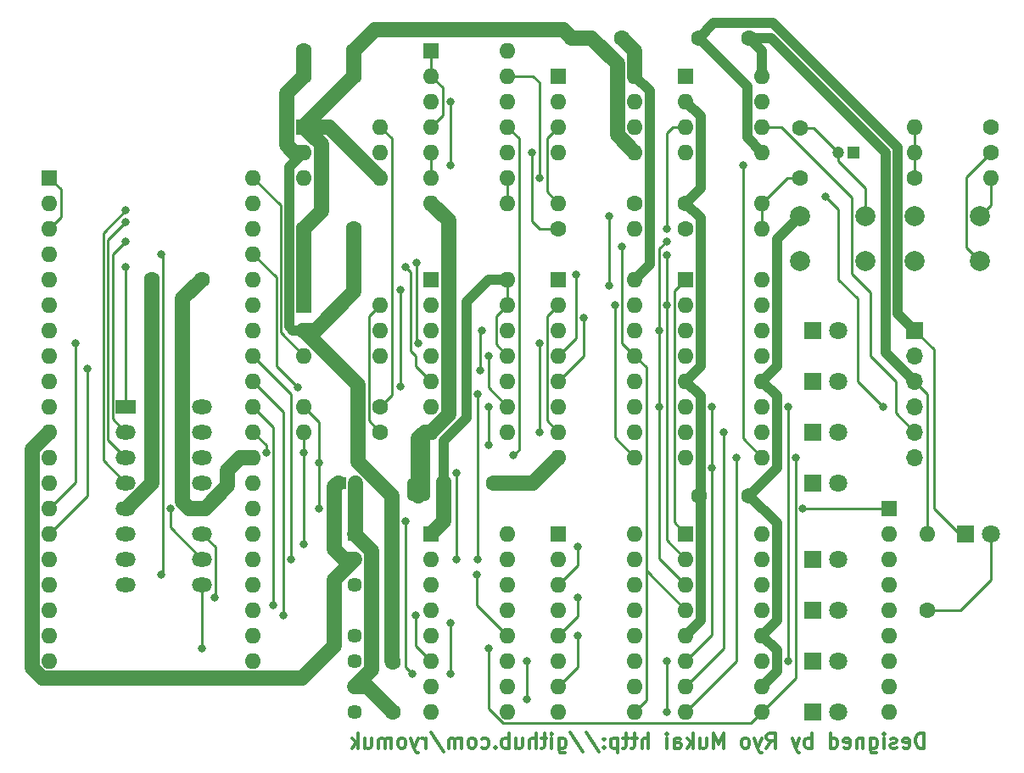
<source format=gbr>
%TF.GenerationSoftware,KiCad,Pcbnew,7.0.2*%
%TF.CreationDate,2023-05-12T21:33:33+09:00*%
%TF.ProjectId,EMUZ80_4004,454d555a-3830-45f3-9430-30342e6b6963,rev?*%
%TF.SameCoordinates,Original*%
%TF.FileFunction,Copper,L2,Bot*%
%TF.FilePolarity,Positive*%
%FSLAX46Y46*%
G04 Gerber Fmt 4.6, Leading zero omitted, Abs format (unit mm)*
G04 Created by KiCad (PCBNEW 7.0.2) date 2023-05-12 21:33:33*
%MOMM*%
%LPD*%
G01*
G04 APERTURE LIST*
%ADD10C,0.300000*%
%TA.AperFunction,NonConductor*%
%ADD11C,0.300000*%
%TD*%
%TA.AperFunction,ComponentPad*%
%ADD12R,1.800000X1.800000*%
%TD*%
%TA.AperFunction,ComponentPad*%
%ADD13C,1.800000*%
%TD*%
%TA.AperFunction,ComponentPad*%
%ADD14R,1.600000X1.600000*%
%TD*%
%TA.AperFunction,ComponentPad*%
%ADD15O,1.600000X1.600000*%
%TD*%
%TA.AperFunction,ComponentPad*%
%ADD16C,1.600000*%
%TD*%
%TA.AperFunction,ComponentPad*%
%ADD17R,1.200000X1.200000*%
%TD*%
%TA.AperFunction,ComponentPad*%
%ADD18C,1.200000*%
%TD*%
%TA.AperFunction,ComponentPad*%
%ADD19R,1.450000X1.450000*%
%TD*%
%TA.AperFunction,ComponentPad*%
%ADD20C,1.450000*%
%TD*%
%TA.AperFunction,ComponentPad*%
%ADD21C,2.000000*%
%TD*%
%TA.AperFunction,ComponentPad*%
%ADD22R,2.000000X1.440000*%
%TD*%
%TA.AperFunction,ComponentPad*%
%ADD23O,2.000000X1.440000*%
%TD*%
%TA.AperFunction,ComponentPad*%
%ADD24R,1.700000X1.700000*%
%TD*%
%TA.AperFunction,ComponentPad*%
%ADD25O,1.700000X1.700000*%
%TD*%
%TA.AperFunction,ViaPad*%
%ADD26C,0.800000*%
%TD*%
%TA.AperFunction,Conductor*%
%ADD27C,1.000000*%
%TD*%
%TA.AperFunction,Conductor*%
%ADD28C,1.500000*%
%TD*%
%TA.AperFunction,Conductor*%
%ADD29C,0.250000*%
%TD*%
%TA.AperFunction,Conductor*%
%ADD30C,0.500000*%
%TD*%
G04 APERTURE END LIST*
D10*
D11*
X89812857Y-74746428D02*
X89812857Y-73246428D01*
X89812857Y-73246428D02*
X89455714Y-73246428D01*
X89455714Y-73246428D02*
X89241428Y-73317857D01*
X89241428Y-73317857D02*
X89098571Y-73460714D01*
X89098571Y-73460714D02*
X89027142Y-73603571D01*
X89027142Y-73603571D02*
X88955714Y-73889285D01*
X88955714Y-73889285D02*
X88955714Y-74103571D01*
X88955714Y-74103571D02*
X89027142Y-74389285D01*
X89027142Y-74389285D02*
X89098571Y-74532142D01*
X89098571Y-74532142D02*
X89241428Y-74675000D01*
X89241428Y-74675000D02*
X89455714Y-74746428D01*
X89455714Y-74746428D02*
X89812857Y-74746428D01*
X87741428Y-74675000D02*
X87884285Y-74746428D01*
X87884285Y-74746428D02*
X88170000Y-74746428D01*
X88170000Y-74746428D02*
X88312857Y-74675000D01*
X88312857Y-74675000D02*
X88384285Y-74532142D01*
X88384285Y-74532142D02*
X88384285Y-73960714D01*
X88384285Y-73960714D02*
X88312857Y-73817857D01*
X88312857Y-73817857D02*
X88170000Y-73746428D01*
X88170000Y-73746428D02*
X87884285Y-73746428D01*
X87884285Y-73746428D02*
X87741428Y-73817857D01*
X87741428Y-73817857D02*
X87670000Y-73960714D01*
X87670000Y-73960714D02*
X87670000Y-74103571D01*
X87670000Y-74103571D02*
X88384285Y-74246428D01*
X87098571Y-74675000D02*
X86955714Y-74746428D01*
X86955714Y-74746428D02*
X86670000Y-74746428D01*
X86670000Y-74746428D02*
X86527143Y-74675000D01*
X86527143Y-74675000D02*
X86455714Y-74532142D01*
X86455714Y-74532142D02*
X86455714Y-74460714D01*
X86455714Y-74460714D02*
X86527143Y-74317857D01*
X86527143Y-74317857D02*
X86670000Y-74246428D01*
X86670000Y-74246428D02*
X86884286Y-74246428D01*
X86884286Y-74246428D02*
X87027143Y-74175000D01*
X87027143Y-74175000D02*
X87098571Y-74032142D01*
X87098571Y-74032142D02*
X87098571Y-73960714D01*
X87098571Y-73960714D02*
X87027143Y-73817857D01*
X87027143Y-73817857D02*
X86884286Y-73746428D01*
X86884286Y-73746428D02*
X86670000Y-73746428D01*
X86670000Y-73746428D02*
X86527143Y-73817857D01*
X85812857Y-74746428D02*
X85812857Y-73746428D01*
X85812857Y-73246428D02*
X85884285Y-73317857D01*
X85884285Y-73317857D02*
X85812857Y-73389285D01*
X85812857Y-73389285D02*
X85741428Y-73317857D01*
X85741428Y-73317857D02*
X85812857Y-73246428D01*
X85812857Y-73246428D02*
X85812857Y-73389285D01*
X84455714Y-73746428D02*
X84455714Y-74960714D01*
X84455714Y-74960714D02*
X84527142Y-75103571D01*
X84527142Y-75103571D02*
X84598571Y-75175000D01*
X84598571Y-75175000D02*
X84741428Y-75246428D01*
X84741428Y-75246428D02*
X84955714Y-75246428D01*
X84955714Y-75246428D02*
X85098571Y-75175000D01*
X84455714Y-74675000D02*
X84598571Y-74746428D01*
X84598571Y-74746428D02*
X84884285Y-74746428D01*
X84884285Y-74746428D02*
X85027142Y-74675000D01*
X85027142Y-74675000D02*
X85098571Y-74603571D01*
X85098571Y-74603571D02*
X85169999Y-74460714D01*
X85169999Y-74460714D02*
X85169999Y-74032142D01*
X85169999Y-74032142D02*
X85098571Y-73889285D01*
X85098571Y-73889285D02*
X85027142Y-73817857D01*
X85027142Y-73817857D02*
X84884285Y-73746428D01*
X84884285Y-73746428D02*
X84598571Y-73746428D01*
X84598571Y-73746428D02*
X84455714Y-73817857D01*
X83741428Y-73746428D02*
X83741428Y-74746428D01*
X83741428Y-73889285D02*
X83669999Y-73817857D01*
X83669999Y-73817857D02*
X83527142Y-73746428D01*
X83527142Y-73746428D02*
X83312856Y-73746428D01*
X83312856Y-73746428D02*
X83169999Y-73817857D01*
X83169999Y-73817857D02*
X83098571Y-73960714D01*
X83098571Y-73960714D02*
X83098571Y-74746428D01*
X81812856Y-74675000D02*
X81955713Y-74746428D01*
X81955713Y-74746428D02*
X82241428Y-74746428D01*
X82241428Y-74746428D02*
X82384285Y-74675000D01*
X82384285Y-74675000D02*
X82455713Y-74532142D01*
X82455713Y-74532142D02*
X82455713Y-73960714D01*
X82455713Y-73960714D02*
X82384285Y-73817857D01*
X82384285Y-73817857D02*
X82241428Y-73746428D01*
X82241428Y-73746428D02*
X81955713Y-73746428D01*
X81955713Y-73746428D02*
X81812856Y-73817857D01*
X81812856Y-73817857D02*
X81741428Y-73960714D01*
X81741428Y-73960714D02*
X81741428Y-74103571D01*
X81741428Y-74103571D02*
X82455713Y-74246428D01*
X80455714Y-74746428D02*
X80455714Y-73246428D01*
X80455714Y-74675000D02*
X80598571Y-74746428D01*
X80598571Y-74746428D02*
X80884285Y-74746428D01*
X80884285Y-74746428D02*
X81027142Y-74675000D01*
X81027142Y-74675000D02*
X81098571Y-74603571D01*
X81098571Y-74603571D02*
X81169999Y-74460714D01*
X81169999Y-74460714D02*
X81169999Y-74032142D01*
X81169999Y-74032142D02*
X81098571Y-73889285D01*
X81098571Y-73889285D02*
X81027142Y-73817857D01*
X81027142Y-73817857D02*
X80884285Y-73746428D01*
X80884285Y-73746428D02*
X80598571Y-73746428D01*
X80598571Y-73746428D02*
X80455714Y-73817857D01*
X78598571Y-74746428D02*
X78598571Y-73246428D01*
X78598571Y-73817857D02*
X78455714Y-73746428D01*
X78455714Y-73746428D02*
X78169999Y-73746428D01*
X78169999Y-73746428D02*
X78027142Y-73817857D01*
X78027142Y-73817857D02*
X77955714Y-73889285D01*
X77955714Y-73889285D02*
X77884285Y-74032142D01*
X77884285Y-74032142D02*
X77884285Y-74460714D01*
X77884285Y-74460714D02*
X77955714Y-74603571D01*
X77955714Y-74603571D02*
X78027142Y-74675000D01*
X78027142Y-74675000D02*
X78169999Y-74746428D01*
X78169999Y-74746428D02*
X78455714Y-74746428D01*
X78455714Y-74746428D02*
X78598571Y-74675000D01*
X77384285Y-73746428D02*
X77027142Y-74746428D01*
X76669999Y-73746428D02*
X77027142Y-74746428D01*
X77027142Y-74746428D02*
X77169999Y-75103571D01*
X77169999Y-75103571D02*
X77241428Y-75175000D01*
X77241428Y-75175000D02*
X77384285Y-75246428D01*
X74098571Y-74746428D02*
X74598571Y-74032142D01*
X74955714Y-74746428D02*
X74955714Y-73246428D01*
X74955714Y-73246428D02*
X74384285Y-73246428D01*
X74384285Y-73246428D02*
X74241428Y-73317857D01*
X74241428Y-73317857D02*
X74169999Y-73389285D01*
X74169999Y-73389285D02*
X74098571Y-73532142D01*
X74098571Y-73532142D02*
X74098571Y-73746428D01*
X74098571Y-73746428D02*
X74169999Y-73889285D01*
X74169999Y-73889285D02*
X74241428Y-73960714D01*
X74241428Y-73960714D02*
X74384285Y-74032142D01*
X74384285Y-74032142D02*
X74955714Y-74032142D01*
X73598571Y-73746428D02*
X73241428Y-74746428D01*
X72884285Y-73746428D02*
X73241428Y-74746428D01*
X73241428Y-74746428D02*
X73384285Y-75103571D01*
X73384285Y-75103571D02*
X73455714Y-75175000D01*
X73455714Y-75175000D02*
X73598571Y-75246428D01*
X72098571Y-74746428D02*
X72241428Y-74675000D01*
X72241428Y-74675000D02*
X72312857Y-74603571D01*
X72312857Y-74603571D02*
X72384285Y-74460714D01*
X72384285Y-74460714D02*
X72384285Y-74032142D01*
X72384285Y-74032142D02*
X72312857Y-73889285D01*
X72312857Y-73889285D02*
X72241428Y-73817857D01*
X72241428Y-73817857D02*
X72098571Y-73746428D01*
X72098571Y-73746428D02*
X71884285Y-73746428D01*
X71884285Y-73746428D02*
X71741428Y-73817857D01*
X71741428Y-73817857D02*
X71670000Y-73889285D01*
X71670000Y-73889285D02*
X71598571Y-74032142D01*
X71598571Y-74032142D02*
X71598571Y-74460714D01*
X71598571Y-74460714D02*
X71670000Y-74603571D01*
X71670000Y-74603571D02*
X71741428Y-74675000D01*
X71741428Y-74675000D02*
X71884285Y-74746428D01*
X71884285Y-74746428D02*
X72098571Y-74746428D01*
X69812857Y-74746428D02*
X69812857Y-73246428D01*
X69812857Y-73246428D02*
X69312857Y-74317857D01*
X69312857Y-74317857D02*
X68812857Y-73246428D01*
X68812857Y-73246428D02*
X68812857Y-74746428D01*
X67455714Y-73746428D02*
X67455714Y-74746428D01*
X68098571Y-73746428D02*
X68098571Y-74532142D01*
X68098571Y-74532142D02*
X68027142Y-74675000D01*
X68027142Y-74675000D02*
X67884285Y-74746428D01*
X67884285Y-74746428D02*
X67669999Y-74746428D01*
X67669999Y-74746428D02*
X67527142Y-74675000D01*
X67527142Y-74675000D02*
X67455714Y-74603571D01*
X66741428Y-74746428D02*
X66741428Y-73246428D01*
X66598571Y-74175000D02*
X66169999Y-74746428D01*
X66169999Y-73746428D02*
X66741428Y-74317857D01*
X64884285Y-74746428D02*
X64884285Y-73960714D01*
X64884285Y-73960714D02*
X64955713Y-73817857D01*
X64955713Y-73817857D02*
X65098570Y-73746428D01*
X65098570Y-73746428D02*
X65384285Y-73746428D01*
X65384285Y-73746428D02*
X65527142Y-73817857D01*
X64884285Y-74675000D02*
X65027142Y-74746428D01*
X65027142Y-74746428D02*
X65384285Y-74746428D01*
X65384285Y-74746428D02*
X65527142Y-74675000D01*
X65527142Y-74675000D02*
X65598570Y-74532142D01*
X65598570Y-74532142D02*
X65598570Y-74389285D01*
X65598570Y-74389285D02*
X65527142Y-74246428D01*
X65527142Y-74246428D02*
X65384285Y-74175000D01*
X65384285Y-74175000D02*
X65027142Y-74175000D01*
X65027142Y-74175000D02*
X64884285Y-74103571D01*
X64169999Y-74746428D02*
X64169999Y-73746428D01*
X64169999Y-73246428D02*
X64241427Y-73317857D01*
X64241427Y-73317857D02*
X64169999Y-73389285D01*
X64169999Y-73389285D02*
X64098570Y-73317857D01*
X64098570Y-73317857D02*
X64169999Y-73246428D01*
X64169999Y-73246428D02*
X64169999Y-73389285D01*
X62312856Y-74746428D02*
X62312856Y-73246428D01*
X61669999Y-74746428D02*
X61669999Y-73960714D01*
X61669999Y-73960714D02*
X61741427Y-73817857D01*
X61741427Y-73817857D02*
X61884284Y-73746428D01*
X61884284Y-73746428D02*
X62098570Y-73746428D01*
X62098570Y-73746428D02*
X62241427Y-73817857D01*
X62241427Y-73817857D02*
X62312856Y-73889285D01*
X61169998Y-73746428D02*
X60598570Y-73746428D01*
X60955713Y-73246428D02*
X60955713Y-74532142D01*
X60955713Y-74532142D02*
X60884284Y-74675000D01*
X60884284Y-74675000D02*
X60741427Y-74746428D01*
X60741427Y-74746428D02*
X60598570Y-74746428D01*
X60312855Y-73746428D02*
X59741427Y-73746428D01*
X60098570Y-73246428D02*
X60098570Y-74532142D01*
X60098570Y-74532142D02*
X60027141Y-74675000D01*
X60027141Y-74675000D02*
X59884284Y-74746428D01*
X59884284Y-74746428D02*
X59741427Y-74746428D01*
X59241427Y-73746428D02*
X59241427Y-75246428D01*
X59241427Y-73817857D02*
X59098570Y-73746428D01*
X59098570Y-73746428D02*
X58812855Y-73746428D01*
X58812855Y-73746428D02*
X58669998Y-73817857D01*
X58669998Y-73817857D02*
X58598570Y-73889285D01*
X58598570Y-73889285D02*
X58527141Y-74032142D01*
X58527141Y-74032142D02*
X58527141Y-74460714D01*
X58527141Y-74460714D02*
X58598570Y-74603571D01*
X58598570Y-74603571D02*
X58669998Y-74675000D01*
X58669998Y-74675000D02*
X58812855Y-74746428D01*
X58812855Y-74746428D02*
X59098570Y-74746428D01*
X59098570Y-74746428D02*
X59241427Y-74675000D01*
X57884284Y-74603571D02*
X57812855Y-74675000D01*
X57812855Y-74675000D02*
X57884284Y-74746428D01*
X57884284Y-74746428D02*
X57955712Y-74675000D01*
X57955712Y-74675000D02*
X57884284Y-74603571D01*
X57884284Y-74603571D02*
X57884284Y-74746428D01*
X57884284Y-73817857D02*
X57812855Y-73889285D01*
X57812855Y-73889285D02*
X57884284Y-73960714D01*
X57884284Y-73960714D02*
X57955712Y-73889285D01*
X57955712Y-73889285D02*
X57884284Y-73817857D01*
X57884284Y-73817857D02*
X57884284Y-73960714D01*
X56098569Y-73175000D02*
X57384283Y-75103571D01*
X54527140Y-73175000D02*
X55812854Y-75103571D01*
X53384283Y-73746428D02*
X53384283Y-74960714D01*
X53384283Y-74960714D02*
X53455711Y-75103571D01*
X53455711Y-75103571D02*
X53527140Y-75175000D01*
X53527140Y-75175000D02*
X53669997Y-75246428D01*
X53669997Y-75246428D02*
X53884283Y-75246428D01*
X53884283Y-75246428D02*
X54027140Y-75175000D01*
X53384283Y-74675000D02*
X53527140Y-74746428D01*
X53527140Y-74746428D02*
X53812854Y-74746428D01*
X53812854Y-74746428D02*
X53955711Y-74675000D01*
X53955711Y-74675000D02*
X54027140Y-74603571D01*
X54027140Y-74603571D02*
X54098568Y-74460714D01*
X54098568Y-74460714D02*
X54098568Y-74032142D01*
X54098568Y-74032142D02*
X54027140Y-73889285D01*
X54027140Y-73889285D02*
X53955711Y-73817857D01*
X53955711Y-73817857D02*
X53812854Y-73746428D01*
X53812854Y-73746428D02*
X53527140Y-73746428D01*
X53527140Y-73746428D02*
X53384283Y-73817857D01*
X52669997Y-74746428D02*
X52669997Y-73746428D01*
X52669997Y-73246428D02*
X52741425Y-73317857D01*
X52741425Y-73317857D02*
X52669997Y-73389285D01*
X52669997Y-73389285D02*
X52598568Y-73317857D01*
X52598568Y-73317857D02*
X52669997Y-73246428D01*
X52669997Y-73246428D02*
X52669997Y-73389285D01*
X52169996Y-73746428D02*
X51598568Y-73746428D01*
X51955711Y-73246428D02*
X51955711Y-74532142D01*
X51955711Y-74532142D02*
X51884282Y-74675000D01*
X51884282Y-74675000D02*
X51741425Y-74746428D01*
X51741425Y-74746428D02*
X51598568Y-74746428D01*
X51098568Y-74746428D02*
X51098568Y-73246428D01*
X50455711Y-74746428D02*
X50455711Y-73960714D01*
X50455711Y-73960714D02*
X50527139Y-73817857D01*
X50527139Y-73817857D02*
X50669996Y-73746428D01*
X50669996Y-73746428D02*
X50884282Y-73746428D01*
X50884282Y-73746428D02*
X51027139Y-73817857D01*
X51027139Y-73817857D02*
X51098568Y-73889285D01*
X49098568Y-73746428D02*
X49098568Y-74746428D01*
X49741425Y-73746428D02*
X49741425Y-74532142D01*
X49741425Y-74532142D02*
X49669996Y-74675000D01*
X49669996Y-74675000D02*
X49527139Y-74746428D01*
X49527139Y-74746428D02*
X49312853Y-74746428D01*
X49312853Y-74746428D02*
X49169996Y-74675000D01*
X49169996Y-74675000D02*
X49098568Y-74603571D01*
X48384282Y-74746428D02*
X48384282Y-73246428D01*
X48384282Y-73817857D02*
X48241425Y-73746428D01*
X48241425Y-73746428D02*
X47955710Y-73746428D01*
X47955710Y-73746428D02*
X47812853Y-73817857D01*
X47812853Y-73817857D02*
X47741425Y-73889285D01*
X47741425Y-73889285D02*
X47669996Y-74032142D01*
X47669996Y-74032142D02*
X47669996Y-74460714D01*
X47669996Y-74460714D02*
X47741425Y-74603571D01*
X47741425Y-74603571D02*
X47812853Y-74675000D01*
X47812853Y-74675000D02*
X47955710Y-74746428D01*
X47955710Y-74746428D02*
X48241425Y-74746428D01*
X48241425Y-74746428D02*
X48384282Y-74675000D01*
X47027139Y-74603571D02*
X46955710Y-74675000D01*
X46955710Y-74675000D02*
X47027139Y-74746428D01*
X47027139Y-74746428D02*
X47098567Y-74675000D01*
X47098567Y-74675000D02*
X47027139Y-74603571D01*
X47027139Y-74603571D02*
X47027139Y-74746428D01*
X45669996Y-74675000D02*
X45812853Y-74746428D01*
X45812853Y-74746428D02*
X46098567Y-74746428D01*
X46098567Y-74746428D02*
X46241424Y-74675000D01*
X46241424Y-74675000D02*
X46312853Y-74603571D01*
X46312853Y-74603571D02*
X46384281Y-74460714D01*
X46384281Y-74460714D02*
X46384281Y-74032142D01*
X46384281Y-74032142D02*
X46312853Y-73889285D01*
X46312853Y-73889285D02*
X46241424Y-73817857D01*
X46241424Y-73817857D02*
X46098567Y-73746428D01*
X46098567Y-73746428D02*
X45812853Y-73746428D01*
X45812853Y-73746428D02*
X45669996Y-73817857D01*
X44812853Y-74746428D02*
X44955710Y-74675000D01*
X44955710Y-74675000D02*
X45027139Y-74603571D01*
X45027139Y-74603571D02*
X45098567Y-74460714D01*
X45098567Y-74460714D02*
X45098567Y-74032142D01*
X45098567Y-74032142D02*
X45027139Y-73889285D01*
X45027139Y-73889285D02*
X44955710Y-73817857D01*
X44955710Y-73817857D02*
X44812853Y-73746428D01*
X44812853Y-73746428D02*
X44598567Y-73746428D01*
X44598567Y-73746428D02*
X44455710Y-73817857D01*
X44455710Y-73817857D02*
X44384282Y-73889285D01*
X44384282Y-73889285D02*
X44312853Y-74032142D01*
X44312853Y-74032142D02*
X44312853Y-74460714D01*
X44312853Y-74460714D02*
X44384282Y-74603571D01*
X44384282Y-74603571D02*
X44455710Y-74675000D01*
X44455710Y-74675000D02*
X44598567Y-74746428D01*
X44598567Y-74746428D02*
X44812853Y-74746428D01*
X43669996Y-74746428D02*
X43669996Y-73746428D01*
X43669996Y-73889285D02*
X43598567Y-73817857D01*
X43598567Y-73817857D02*
X43455710Y-73746428D01*
X43455710Y-73746428D02*
X43241424Y-73746428D01*
X43241424Y-73746428D02*
X43098567Y-73817857D01*
X43098567Y-73817857D02*
X43027139Y-73960714D01*
X43027139Y-73960714D02*
X43027139Y-74746428D01*
X43027139Y-73960714D02*
X42955710Y-73817857D01*
X42955710Y-73817857D02*
X42812853Y-73746428D01*
X42812853Y-73746428D02*
X42598567Y-73746428D01*
X42598567Y-73746428D02*
X42455710Y-73817857D01*
X42455710Y-73817857D02*
X42384281Y-73960714D01*
X42384281Y-73960714D02*
X42384281Y-74746428D01*
X40598567Y-73175000D02*
X41884281Y-75103571D01*
X40098567Y-74746428D02*
X40098567Y-73746428D01*
X40098567Y-74032142D02*
X40027138Y-73889285D01*
X40027138Y-73889285D02*
X39955710Y-73817857D01*
X39955710Y-73817857D02*
X39812852Y-73746428D01*
X39812852Y-73746428D02*
X39669995Y-73746428D01*
X39312853Y-73746428D02*
X38955710Y-74746428D01*
X38598567Y-73746428D02*
X38955710Y-74746428D01*
X38955710Y-74746428D02*
X39098567Y-75103571D01*
X39098567Y-75103571D02*
X39169996Y-75175000D01*
X39169996Y-75175000D02*
X39312853Y-75246428D01*
X37812853Y-74746428D02*
X37955710Y-74675000D01*
X37955710Y-74675000D02*
X38027139Y-74603571D01*
X38027139Y-74603571D02*
X38098567Y-74460714D01*
X38098567Y-74460714D02*
X38098567Y-74032142D01*
X38098567Y-74032142D02*
X38027139Y-73889285D01*
X38027139Y-73889285D02*
X37955710Y-73817857D01*
X37955710Y-73817857D02*
X37812853Y-73746428D01*
X37812853Y-73746428D02*
X37598567Y-73746428D01*
X37598567Y-73746428D02*
X37455710Y-73817857D01*
X37455710Y-73817857D02*
X37384282Y-73889285D01*
X37384282Y-73889285D02*
X37312853Y-74032142D01*
X37312853Y-74032142D02*
X37312853Y-74460714D01*
X37312853Y-74460714D02*
X37384282Y-74603571D01*
X37384282Y-74603571D02*
X37455710Y-74675000D01*
X37455710Y-74675000D02*
X37598567Y-74746428D01*
X37598567Y-74746428D02*
X37812853Y-74746428D01*
X36669996Y-74746428D02*
X36669996Y-73746428D01*
X36669996Y-73889285D02*
X36598567Y-73817857D01*
X36598567Y-73817857D02*
X36455710Y-73746428D01*
X36455710Y-73746428D02*
X36241424Y-73746428D01*
X36241424Y-73746428D02*
X36098567Y-73817857D01*
X36098567Y-73817857D02*
X36027139Y-73960714D01*
X36027139Y-73960714D02*
X36027139Y-74746428D01*
X36027139Y-73960714D02*
X35955710Y-73817857D01*
X35955710Y-73817857D02*
X35812853Y-73746428D01*
X35812853Y-73746428D02*
X35598567Y-73746428D01*
X35598567Y-73746428D02*
X35455710Y-73817857D01*
X35455710Y-73817857D02*
X35384281Y-73960714D01*
X35384281Y-73960714D02*
X35384281Y-74746428D01*
X34027139Y-73746428D02*
X34027139Y-74746428D01*
X34669996Y-73746428D02*
X34669996Y-74532142D01*
X34669996Y-74532142D02*
X34598567Y-74675000D01*
X34598567Y-74675000D02*
X34455710Y-74746428D01*
X34455710Y-74746428D02*
X34241424Y-74746428D01*
X34241424Y-74746428D02*
X34098567Y-74675000D01*
X34098567Y-74675000D02*
X34027139Y-74603571D01*
X33312853Y-74746428D02*
X33312853Y-73246428D01*
X33169996Y-74175000D02*
X32741424Y-74746428D01*
X32741424Y-73746428D02*
X33312853Y-74317857D01*
D12*
%TO.P,D3,1,K*%
%TO.N,Net-(D3-K)*%
X78740000Y-43180000D03*
D13*
%TO.P,D3,2,A*%
%TO.N,Net-(D3-A)*%
X81280000Y-43180000D03*
%TD*%
D14*
%TO.P,U7,1,D0*%
%TO.N,Net-(U2-OUTA)*%
X66040000Y-53340000D03*
D15*
%TO.P,U7,2,D1*%
%TO.N,Net-(U2-OUTB)*%
X66040000Y-55880000D03*
%TO.P,U7,3,D2*%
%TO.N,Net-(U2-OUTC)*%
X66040000Y-58420000D03*
%TO.P,U7,4,D3*%
%TO.N,Net-(U2-OUTD)*%
X66040000Y-60960000D03*
%TO.P,U7,5,Vss*%
%TO.N,+15V*%
X66040000Y-63500000D03*
%TO.P,U7,6,CLK1*%
%TO.N,Net-(U3-CLK1)*%
X66040000Y-66040000D03*
%TO.P,U7,7,CLK2*%
%TO.N,Net-(U3-CLK2)*%
X66040000Y-68580000D03*
%TO.P,U7,8,SYNC*%
%TO.N,Net-(U3-SYNC)*%
X66040000Y-71120000D03*
%TO.P,U7,9,RESET*%
%TO.N,/comport/RESET*%
X73660000Y-71120000D03*
%TO.P,U7,10,P0*%
%TO.N,GND*%
X73660000Y-68580000D03*
%TO.P,U7,11,CM*%
%TO.N,Net-(U3-CMRAM0)*%
X73660000Y-66040000D03*
%TO.P,U7,12,Vdd*%
%TO.N,GND*%
X73660000Y-63500000D03*
%TO.P,U7,13,O3*%
%TO.N,Net-(D8-K)*%
X73660000Y-60960000D03*
%TO.P,U7,14,O2*%
%TO.N,Net-(D7-K)*%
X73660000Y-58420000D03*
%TO.P,U7,15,O1*%
%TO.N,Net-(D6-K)*%
X73660000Y-55880000D03*
%TO.P,U7,16,O0*%
%TO.N,Net-(D5-K)*%
X73660000Y-53340000D03*
%TD*%
D14*
%TO.P,U4,1,VCC*%
%TO.N,+15V*%
X53340000Y-53340000D03*
D15*
%TO.P,U4,2,O1*%
%TO.N,Net-(U4-O1)*%
X53340000Y-55880000D03*
%TO.P,U4,3,I1*%
%TO.N,Net-(U2-OUTA)*%
X53340000Y-58420000D03*
%TO.P,U4,4,O2*%
%TO.N,Net-(U4-O2)*%
X53340000Y-60960000D03*
%TO.P,U4,5,I2*%
%TO.N,Net-(U2-OUTB)*%
X53340000Y-63500000D03*
%TO.P,U4,6,O3*%
%TO.N,Net-(U4-O3)*%
X53340000Y-66040000D03*
%TO.P,U4,7,I3*%
%TO.N,Net-(U2-OUTC)*%
X53340000Y-68580000D03*
%TO.P,U4,8,GND*%
%TO.N,GND*%
X53340000Y-71120000D03*
%TO.P,U4,9,I4*%
%TO.N,Net-(U2-OUTD)*%
X60960000Y-71120000D03*
%TO.P,U4,10,O4*%
%TO.N,Net-(U4-O4)*%
X60960000Y-68580000D03*
%TO.P,U4,11,I5*%
%TO.N,Net-(U3-SYNC)*%
X60960000Y-66040000D03*
%TO.P,U4,12,O5*%
%TO.N,Net-(U4-O5)*%
X60960000Y-63500000D03*
%TO.P,U4,13,NC*%
%TO.N,unconnected-(U4-NC-Pad13)*%
X60960000Y-60960000D03*
%TO.P,U4,14,I6*%
%TO.N,Net-(U3-CMROM)*%
X60960000Y-58420000D03*
%TO.P,U4,15,O6*%
%TO.N,Net-(U4-O6)*%
X60960000Y-55880000D03*
%TO.P,U4,16,NC*%
%TO.N,unconnected-(U4-NC-Pad16)*%
X60960000Y-53340000D03*
%TD*%
D16*
%TO.P,C13,1*%
%TO.N,Net-(C13-Pad1)*%
X77470000Y-17780000D03*
%TO.P,C13,2*%
%TO.N,GND*%
X77470000Y-12780000D03*
%TD*%
D14*
%TO.P,U6,1,D0*%
%TO.N,Net-(U2-OUTA)*%
X66040000Y-27940000D03*
D15*
%TO.P,U6,2,D1*%
%TO.N,Net-(U2-OUTB)*%
X66040000Y-30480000D03*
%TO.P,U6,3,D2*%
%TO.N,Net-(U2-OUTC)*%
X66040000Y-33020000D03*
%TO.P,U6,4,D3*%
%TO.N,Net-(U2-OUTD)*%
X66040000Y-35560000D03*
%TO.P,U6,5,Vss*%
%TO.N,+15V*%
X66040000Y-38100000D03*
%TO.P,U6,6,CLK1*%
%TO.N,Net-(U3-CLK1)*%
X66040000Y-40640000D03*
%TO.P,U6,7,CLK2*%
%TO.N,Net-(U3-CLK2)*%
X66040000Y-43180000D03*
%TO.P,U6,8,SYNC*%
%TO.N,Net-(U3-SYNC)*%
X66040000Y-45720000D03*
%TO.P,U6,9,RESET*%
%TO.N,/comport/RESET*%
X73660000Y-45720000D03*
%TO.P,U6,10,P0*%
%TO.N,+15V*%
X73660000Y-43180000D03*
%TO.P,U6,11,CM*%
%TO.N,Net-(U3-CMRAM0)*%
X73660000Y-40640000D03*
%TO.P,U6,12,Vdd*%
%TO.N,GND*%
X73660000Y-38100000D03*
%TO.P,U6,13,O3*%
%TO.N,Net-(D4-K)*%
X73660000Y-35560000D03*
%TO.P,U6,14,O2*%
%TO.N,Net-(D3-K)*%
X73660000Y-33020000D03*
%TO.P,U6,15,O1*%
%TO.N,Net-(D2-K)*%
X73660000Y-30480000D03*
%TO.P,U6,16,O0*%
%TO.N,/comport/TX*%
X73660000Y-27940000D03*
%TD*%
D14*
%TO.P,U5,1,VDD*%
%TO.N,+5V*%
X40640000Y-53340000D03*
D15*
%TO.P,U5,2,O1*%
%TO.N,DIN0*%
X40640000Y-55880000D03*
%TO.P,U5,3,I1*%
%TO.N,Net-(U4-O1)*%
X40640000Y-58420000D03*
%TO.P,U5,4,O2*%
%TO.N,DIN1*%
X40640000Y-60960000D03*
%TO.P,U5,5,I2*%
%TO.N,Net-(U4-O2)*%
X40640000Y-63500000D03*
%TO.P,U5,6,O3*%
%TO.N,DIN2*%
X40640000Y-66040000D03*
%TO.P,U5,7,I3*%
%TO.N,Net-(U4-O3)*%
X40640000Y-68580000D03*
%TO.P,U5,8,VSS*%
%TO.N,GND*%
X40640000Y-71120000D03*
%TO.P,U5,9,I4*%
%TO.N,Net-(U4-O4)*%
X48260000Y-71120000D03*
%TO.P,U5,10,O4*%
%TO.N,DIN3*%
X48260000Y-68580000D03*
%TO.P,U5,11,I5*%
%TO.N,Net-(U4-O5)*%
X48260000Y-66040000D03*
%TO.P,U5,12,O5*%
%TO.N,SYNC*%
X48260000Y-63500000D03*
%TO.P,U5,13,NC*%
%TO.N,unconnected-(U5-NC-Pad13)*%
X48260000Y-60960000D03*
%TO.P,U5,14,I6*%
%TO.N,Net-(U4-O6)*%
X48260000Y-58420000D03*
%TO.P,U5,15,O6*%
%TO.N,CMROM*%
X48260000Y-55880000D03*
%TO.P,U5,16,NC*%
%TO.N,unconnected-(U5-NC-Pad16)*%
X48260000Y-53340000D03*
%TD*%
D16*
%TO.P,R3,1*%
%TO.N,+15V*%
X96520000Y-12700000D03*
D15*
%TO.P,R3,2*%
%TO.N,Net-(C12-Pad1)*%
X88900000Y-12700000D03*
%TD*%
D14*
%TO.P,U12,1,NC*%
%TO.N,unconnected-(U12-NC-Pad1)*%
X53340000Y-7620000D03*
D15*
%TO.P,U12,2,A*%
%TO.N,VBUS*%
X53340000Y-10160000D03*
%TO.P,U12,3,K*%
%TO.N,Net-(U12-K)*%
X53340000Y-12700000D03*
%TO.P,U12,4,NC*%
%TO.N,unconnected-(U12-NC-Pad4)*%
X53340000Y-15240000D03*
%TO.P,U12,5,GND*%
%TO.N,GND*%
X60960000Y-15240000D03*
%TO.P,U12,6,Vo*%
%TO.N,Net-(U12-Vo)*%
X60960000Y-12700000D03*
%TO.P,U12,7,NC*%
%TO.N,unconnected-(U12-NC-Pad7)*%
X60960000Y-10160000D03*
%TO.P,U12,8,VDD*%
%TO.N,+15V*%
X60960000Y-7620000D03*
%TD*%
D16*
%TO.P,R10,1*%
%TO.N,Net-(R10-Pad1)*%
X66040000Y-22860000D03*
D15*
%TO.P,R10,2*%
%TO.N,Net-(C13-Pad1)*%
X73660000Y-22860000D03*
%TD*%
D16*
%TO.P,C8,1*%
%TO.N,+15V*%
X12740000Y-27940000D03*
%TO.P,C8,2*%
%TO.N,GND*%
X17740000Y-27940000D03*
%TD*%
D14*
%TO.P,RN1,1,common*%
%TO.N,+15V*%
X86360000Y-50800000D03*
D15*
%TO.P,RN1,2,R1*%
%TO.N,Net-(D1-A)*%
X86360000Y-53340000D03*
%TO.P,RN1,3,R2*%
%TO.N,Net-(D2-A)*%
X86360000Y-55880000D03*
%TO.P,RN1,4,R3*%
%TO.N,Net-(D3-A)*%
X86360000Y-58420000D03*
%TO.P,RN1,5,R4*%
%TO.N,Net-(D4-A)*%
X86360000Y-60960000D03*
%TO.P,RN1,6,R5*%
%TO.N,Net-(D5-A)*%
X86360000Y-63500000D03*
%TO.P,RN1,7,R6*%
%TO.N,Net-(D6-A)*%
X86360000Y-66040000D03*
%TO.P,RN1,8,R7*%
%TO.N,Net-(D7-A)*%
X86360000Y-68580000D03*
%TO.P,RN1,9,R8*%
%TO.N,Net-(D8-A)*%
X86360000Y-71120000D03*
%TD*%
D16*
%TO.P,R7,1*%
%TO.N,Net-(J2-Pin_4)*%
X60960000Y-20320000D03*
D15*
%TO.P,R7,2*%
%TO.N,Net-(U12-K)*%
X53340000Y-20320000D03*
%TD*%
D17*
%TO.P,C5,1*%
%TO.N,+5V*%
X31520000Y-48260000D03*
D18*
%TO.P,C5,2*%
%TO.N,GND*%
X33020000Y-48260000D03*
%TD*%
D16*
%TO.P,C9,1*%
%TO.N,+15V*%
X67390000Y-49530000D03*
%TO.P,C9,2*%
%TO.N,GND*%
X72390000Y-49530000D03*
%TD*%
D15*
%TO.P,U9,*%
%TO.N,*%
X35560000Y-33020000D03*
D14*
%TO.P,U9,1,GND*%
%TO.N,GND*%
X27940000Y-30480000D03*
D15*
%TO.P,U9,2,VDD*%
%TO.N,+15V*%
X27940000Y-33020000D03*
%TO.P,U9,3,IN*%
%TO.N,CLKIN2*%
X27940000Y-35560000D03*
%TO.P,U9,4,GND*%
%TO.N,GND*%
X35560000Y-35560000D03*
%TO.P,U9,5,OUT*%
%TO.N,Net-(U9-OUT)*%
X35560000Y-30480000D03*
%TD*%
D14*
%TO.P,U2,1,Vcc*%
%TO.N,+5V*%
X53340000Y-27940000D03*
D15*
%TO.P,U2,2,EN_A*%
%TO.N,DOE*%
X53340000Y-30480000D03*
%TO.P,U2,3,A*%
%TO.N,Net-(U2-A)*%
X53340000Y-33020000D03*
%TO.P,U2,4,OUTA*%
%TO.N,Net-(U2-OUTA)*%
X53340000Y-35560000D03*
%TO.P,U2,5,OUTB*%
%TO.N,Net-(U2-OUTB)*%
X53340000Y-38100000D03*
%TO.P,U2,6,B*%
%TO.N,Net-(U2-B)*%
X53340000Y-40640000D03*
%TO.P,U2,7,EN_B*%
%TO.N,DOE*%
X53340000Y-43180000D03*
%TO.P,U2,8,Vss(GND)*%
%TO.N,GND*%
X53340000Y-45720000D03*
%TO.P,U2,9,EN_C*%
%TO.N,DOE*%
X60960000Y-45720000D03*
%TO.P,U2,10,C*%
%TO.N,Net-(U2-C)*%
X60960000Y-43180000D03*
%TO.P,U2,11,OUTC*%
%TO.N,Net-(U2-OUTC)*%
X60960000Y-40640000D03*
%TO.P,U2,12,NC*%
%TO.N,unconnected-(U2-NC-Pad12)*%
X60960000Y-38100000D03*
%TO.P,U2,13,OUTD*%
%TO.N,Net-(U2-OUTD)*%
X60960000Y-35560000D03*
%TO.P,U2,14,D*%
%TO.N,Net-(U2-D)*%
X60960000Y-33020000D03*
%TO.P,U2,15,EN_D*%
%TO.N,DOE*%
X60960000Y-30480000D03*
%TO.P,U2,16,Vdd*%
%TO.N,+15V*%
X60960000Y-27940000D03*
%TD*%
D12*
%TO.P,D5,1,K*%
%TO.N,Net-(D5-K)*%
X78740000Y-55880000D03*
D13*
%TO.P,D5,2,A*%
%TO.N,Net-(D5-A)*%
X81280000Y-55880000D03*
%TD*%
D12*
%TO.P,D4,1,K*%
%TO.N,Net-(D4-K)*%
X78740000Y-48260000D03*
D13*
%TO.P,D4,2,A*%
%TO.N,Net-(D4-A)*%
X81280000Y-48260000D03*
%TD*%
D19*
%TO.P,U10,1,-VIN*%
%TO.N,GND*%
X33020000Y-53340000D03*
D20*
%TO.P,U10,2,+VIN*%
%TO.N,+5V*%
X33020000Y-55880000D03*
%TO.P,U10,3,ON/~{OFF}*%
%TO.N,unconnected-(U10-ON{slash}~{OFF}-Pad3)*%
X33020000Y-58420000D03*
%TO.P,U10,5,NC*%
%TO.N,unconnected-(U10-NC-Pad5)*%
X33020000Y-63500000D03*
%TO.P,U10,6,+VOUT*%
%TO.N,+15V*%
X33020000Y-66040000D03*
%TO.P,U10,7,-VOUT*%
%TO.N,GND*%
X33020000Y-68580000D03*
%TO.P,U10,8,NC*%
%TO.N,unconnected-(U10-NC-Pad8)*%
X33020000Y-71120000D03*
%TD*%
D16*
%TO.P,C6,1*%
%TO.N,+15V*%
X36830000Y-66120000D03*
%TO.P,C6,2*%
%TO.N,GND*%
X36830000Y-71120000D03*
%TD*%
D21*
%TO.P,SW2,1,1*%
%TO.N,GND*%
X77470000Y-21590000D03*
X83970000Y-21590000D03*
%TO.P,SW2,2,2*%
%TO.N,Net-(R10-Pad1)*%
X77470000Y-26090000D03*
X83970000Y-26090000D03*
%TD*%
D12*
%TO.P,D7,1,K*%
%TO.N,Net-(D7-K)*%
X78740000Y-66040000D03*
D13*
%TO.P,D7,2,A*%
%TO.N,Net-(D7-A)*%
X81280000Y-66040000D03*
%TD*%
D16*
%TO.P,C2,1*%
%TO.N,GND*%
X32940000Y-7620000D03*
%TO.P,C2,2*%
%TO.N,+15V*%
X27940000Y-7620000D03*
%TD*%
D21*
%TO.P,SW1,1,1*%
%TO.N,GND*%
X88900000Y-21590000D03*
X95400000Y-21590000D03*
%TO.P,SW1,2,2*%
%TO.N,Net-(R4-Pad1)*%
X88900000Y-26090000D03*
X95400000Y-26090000D03*
%TD*%
D14*
%TO.P,U11,1*%
%TO.N,Net-(U11-Pad1)*%
X40640000Y-5080000D03*
D15*
%TO.P,U11,2*%
X40640000Y-7620000D03*
%TO.P,U11,3*%
%TO.N,/comport/RESET*%
X40640000Y-10160000D03*
%TO.P,U11,4*%
%TO.N,Net-(U11-Pad1)*%
X40640000Y-12700000D03*
%TO.P,U11,5*%
%TO.N,Net-(C12-Pad1)*%
X40640000Y-15240000D03*
%TO.P,U11,6*%
X40640000Y-17780000D03*
%TO.P,U11,7,Vss*%
%TO.N,GND*%
X40640000Y-20320000D03*
%TO.P,U11,8*%
%TO.N,/comport/TX*%
X48260000Y-20320000D03*
%TO.P,U11,9*%
X48260000Y-17780000D03*
%TO.P,U11,10*%
%TO.N,Net-(R8-Pad1)*%
X48260000Y-15240000D03*
%TO.P,U11,11*%
%TO.N,/comport/TEST*%
X48260000Y-12700000D03*
%TO.P,U11,12*%
%TO.N,Net-(U12-Vo)*%
X48260000Y-10160000D03*
%TO.P,U11,13*%
%TO.N,Net-(C13-Pad1)*%
X48260000Y-7620000D03*
%TO.P,U11,14,Vdd*%
%TO.N,+15V*%
X48260000Y-5080000D03*
%TD*%
D14*
%TO.P,U1,1*%
%TO.N,DOUT0*%
X40640000Y-27940000D03*
D15*
%TO.P,U1,2*%
%TO.N,Net-(U2-A)*%
X40640000Y-30480000D03*
%TO.P,U1,3*%
%TO.N,DOUT1*%
X40640000Y-33020000D03*
%TO.P,U1,4*%
%TO.N,Net-(U2-B)*%
X40640000Y-35560000D03*
%TO.P,U1,5*%
%TO.N,DOUT2*%
X40640000Y-38100000D03*
%TO.P,U1,6*%
%TO.N,Net-(U2-C)*%
X40640000Y-40640000D03*
%TO.P,U1,7,GND*%
%TO.N,GND*%
X40640000Y-43180000D03*
%TO.P,U1,8*%
%TO.N,Net-(U2-D)*%
X48260000Y-43180000D03*
%TO.P,U1,9*%
%TO.N,DOUT3*%
X48260000Y-40640000D03*
%TO.P,U1,10*%
%TO.N,unconnected-(U1-Pad10)*%
X48260000Y-38100000D03*
%TO.P,U1,11*%
%TO.N,+5V*%
X48260000Y-35560000D03*
%TO.P,U1,12*%
%TO.N,unconnected-(U1-Pad12)*%
X48260000Y-33020000D03*
%TO.P,U1,13*%
%TO.N,+5V*%
X48260000Y-30480000D03*
%TO.P,U1,14,VCC*%
X48260000Y-27940000D03*
%TD*%
D16*
%TO.P,C4,1*%
%TO.N,GND*%
X27940000Y-25400000D03*
%TO.P,C4,2*%
%TO.N,+15V*%
X32940000Y-25400000D03*
%TD*%
D22*
%TO.P,U3,1,D0*%
%TO.N,Net-(U2-OUTA)*%
X10160000Y-40640000D03*
D23*
%TO.P,U3,2,D1*%
%TO.N,Net-(U2-OUTB)*%
X10160000Y-43180000D03*
%TO.P,U3,3,D2*%
%TO.N,Net-(U2-OUTC)*%
X10160000Y-45720000D03*
%TO.P,U3,4,D3*%
%TO.N,Net-(U2-OUTD)*%
X10160000Y-48260000D03*
%TO.P,U3,5,Vss*%
%TO.N,+15V*%
X10160000Y-50800000D03*
%TO.P,U3,6,CLK1*%
%TO.N,Net-(U3-CLK1)*%
X10160000Y-53340000D03*
%TO.P,U3,7,CLK2*%
%TO.N,Net-(U3-CLK2)*%
X10160000Y-55880000D03*
%TO.P,U3,8,SYNC*%
%TO.N,Net-(U3-SYNC)*%
X10160000Y-58420000D03*
%TO.P,U3,9,RESET*%
%TO.N,/comport/RESET*%
X17780000Y-58420000D03*
%TO.P,U3,10,TEST*%
%TO.N,/comport/TEST*%
X17780000Y-55880000D03*
%TO.P,U3,11,CMROM*%
%TO.N,Net-(U3-CMROM)*%
X17780000Y-53340000D03*
%TO.P,U3,12,Vdd*%
%TO.N,GND*%
X17780000Y-50800000D03*
%TO.P,U3,13,CMRAM3*%
%TO.N,unconnected-(U3-CMRAM3-Pad13)*%
X17780000Y-48260000D03*
%TO.P,U3,14,CMRAM2*%
%TO.N,unconnected-(U3-CMRAM2-Pad14)*%
X17780000Y-45720000D03*
%TO.P,U3,15,CMRAM1*%
%TO.N,unconnected-(U3-CMRAM1-Pad15)*%
X17780000Y-43180000D03*
%TO.P,U3,16,CMRAM0*%
%TO.N,Net-(U3-CMRAM0)*%
X17780000Y-40640000D03*
%TD*%
D16*
%TO.P,R1,1*%
%TO.N,Net-(U8-OUT)*%
X35560000Y-40640000D03*
D15*
%TO.P,R1,2*%
%TO.N,Net-(U3-CLK1)*%
X27940000Y-40640000D03*
%TD*%
D16*
%TO.P,C3,1*%
%TO.N,GND*%
X27940000Y-22860000D03*
%TO.P,C3,2*%
%TO.N,+15V*%
X32940000Y-22860000D03*
%TD*%
%TO.P,C10,1*%
%TO.N,GND*%
X54650000Y-3810000D03*
%TO.P,C10,2*%
%TO.N,+15V*%
X59650000Y-3810000D03*
%TD*%
D14*
%TO.P,U13,1,NC*%
%TO.N,unconnected-(U13-NC-Pad1)*%
X66040000Y-7620000D03*
D15*
%TO.P,U13,2,A*%
%TO.N,+15V*%
X66040000Y-10160000D03*
%TO.P,U13,3,K*%
%TO.N,Net-(U13-K)*%
X66040000Y-12700000D03*
%TO.P,U13,4,NC*%
%TO.N,unconnected-(U13-NC-Pad4)*%
X66040000Y-15240000D03*
%TO.P,U13,5,GND*%
%TO.N,GND2*%
X73660000Y-15240000D03*
%TO.P,U13,6,Vo*%
%TO.N,Net-(J2-Pin_5)*%
X73660000Y-12700000D03*
%TO.P,U13,7,NC*%
%TO.N,unconnected-(U13-NC-Pad7)*%
X73660000Y-10160000D03*
%TO.P,U13,8,VDD*%
%TO.N,VBUS*%
X73660000Y-7620000D03*
%TD*%
D16*
%TO.P,R9,1*%
%TO.N,+15V*%
X66040000Y-20320000D03*
D15*
%TO.P,R9,2*%
%TO.N,Net-(C13-Pad1)*%
X73660000Y-20320000D03*
%TD*%
D12*
%TO.P,D8,1,K*%
%TO.N,Net-(D8-K)*%
X78740000Y-71120000D03*
D13*
%TO.P,D8,2,A*%
%TO.N,Net-(D8-A)*%
X81280000Y-71120000D03*
%TD*%
D16*
%TO.P,R8,1*%
%TO.N,Net-(R8-Pad1)*%
X53340000Y-22860000D03*
D15*
%TO.P,R8,2*%
%TO.N,Net-(U13-K)*%
X60960000Y-22860000D03*
%TD*%
D12*
%TO.P,D2,1,K*%
%TO.N,Net-(D2-K)*%
X78740000Y-38100000D03*
D13*
%TO.P,D2,2,A*%
%TO.N,Net-(D2-A)*%
X81280000Y-38100000D03*
%TD*%
D16*
%TO.P,C7,1*%
%TO.N,+5V*%
X41910000Y-48260000D03*
%TO.P,C7,2*%
%TO.N,GND*%
X46910000Y-48260000D03*
%TD*%
D14*
%TO.P,J1,1,Pin_1*%
%TO.N,CLKIN1*%
X2540000Y-17780000D03*
D15*
%TO.P,J1,2,Pin_2*%
%TO.N,CLKIN2*%
X2540000Y-20320000D03*
%TO.P,J1,3,Pin_3*%
%TO.N,CLKIN1*%
X2540000Y-22860000D03*
%TO.P,J1,4,Pin_4*%
%TO.N,SYNC*%
X2540000Y-25400000D03*
%TO.P,J1,5,Pin_5*%
%TO.N,unconnected-(J1-Pin_5-Pad5)*%
X2540000Y-27940000D03*
%TO.P,J1,6,Pin_6*%
%TO.N,unconnected-(J1-Pin_6-Pad6)*%
X2540000Y-30480000D03*
%TO.P,J1,7,Pin_7*%
%TO.N,unconnected-(J1-Pin_7-Pad7)*%
X2540000Y-33020000D03*
%TO.P,J1,8,Pin_8*%
%TO.N,DOUT3*%
X2540000Y-35560000D03*
%TO.P,J1,9,Pin_9*%
%TO.N,unconnected-(J1-Pin_9-Pad9)*%
X2540000Y-38100000D03*
%TO.P,J1,10,Pin_10*%
%TO.N,unconnected-(J1-Pin_10-Pad10)*%
X2540000Y-40640000D03*
%TO.P,J1,11,Pin_11*%
%TO.N,+5V*%
X2540000Y-43180000D03*
%TO.P,J1,12,Pin_12*%
%TO.N,DOUT2*%
X2540000Y-45720000D03*
%TO.P,J1,13,Pin_13*%
%TO.N,DOE*%
X2540000Y-48260000D03*
%TO.P,J1,14,Pin_14*%
%TO.N,DOUT0*%
X2540000Y-50800000D03*
%TO.P,J1,15,Pin_15*%
%TO.N,DOUT1*%
X2540000Y-53340000D03*
%TO.P,J1,16,Pin_16*%
%TO.N,unconnected-(J1-Pin_16-Pad16)*%
X2540000Y-55880000D03*
%TO.P,J1,17,Pin_17*%
%TO.N,unconnected-(J1-Pin_17-Pad17)*%
X2540000Y-58420000D03*
%TO.P,J1,18,Pin_18*%
%TO.N,unconnected-(J1-Pin_18-Pad18)*%
X2540000Y-60960000D03*
%TO.P,J1,19,Pin_19*%
%TO.N,unconnected-(J1-Pin_19-Pad19)*%
X2540000Y-63500000D03*
%TO.P,J1,20,Pin_20*%
%TO.N,unconnected-(J1-Pin_20-Pad20)*%
X2540000Y-66040000D03*
%TO.P,J1,21,Pin_21*%
%TO.N,unconnected-(J1-Pin_21-Pad21)*%
X22860000Y-66040000D03*
%TO.P,J1,22,Pin_22*%
%TO.N,unconnected-(J1-Pin_22-Pad22)*%
X22860000Y-63500000D03*
%TO.P,J1,23,Pin_23*%
%TO.N,unconnected-(J1-Pin_23-Pad23)*%
X22860000Y-60960000D03*
%TO.P,J1,24,Pin_24*%
%TO.N,unconnected-(J1-Pin_24-Pad24)*%
X22860000Y-58420000D03*
%TO.P,J1,25,Pin_25*%
%TO.N,unconnected-(J1-Pin_25-Pad25)*%
X22860000Y-55880000D03*
%TO.P,J1,26,Pin_26*%
%TO.N,unconnected-(J1-Pin_26-Pad26)*%
X22860000Y-53340000D03*
%TO.P,J1,27,Pin_27*%
%TO.N,unconnected-(J1-Pin_27-Pad27)*%
X22860000Y-50800000D03*
%TO.P,J1,28,Pin_28*%
%TO.N,unconnected-(J1-Pin_28-Pad28)*%
X22860000Y-48260000D03*
%TO.P,J1,29,Pin_29*%
%TO.N,GND*%
X22860000Y-45720000D03*
%TO.P,J1,30,Pin_30*%
%TO.N,DIN0*%
X22860000Y-43180000D03*
%TO.P,J1,31,Pin_31*%
%TO.N,DIN1*%
X22860000Y-40640000D03*
%TO.P,J1,32,Pin_32*%
%TO.N,DIN2*%
X22860000Y-38100000D03*
%TO.P,J1,33,Pin_33*%
%TO.N,DIN3*%
X22860000Y-35560000D03*
%TO.P,J1,34,Pin_34*%
%TO.N,unconnected-(J1-Pin_34-Pad34)*%
X22860000Y-33020000D03*
%TO.P,J1,35,Pin_35*%
%TO.N,unconnected-(J1-Pin_35-Pad35)*%
X22860000Y-30480000D03*
%TO.P,J1,36,Pin_36*%
%TO.N,unconnected-(J1-Pin_36-Pad36)*%
X22860000Y-27940000D03*
%TO.P,J1,37,Pin_37*%
%TO.N,CMROM*%
X22860000Y-25400000D03*
%TO.P,J1,38,Pin_38*%
%TO.N,unconnected-(J1-Pin_38-Pad38)*%
X22860000Y-22860000D03*
%TO.P,J1,39,Pin_39*%
%TO.N,unconnected-(J1-Pin_39-Pad39)*%
X22860000Y-20320000D03*
%TO.P,J1,40,Pin_40*%
%TO.N,CLKIN2*%
X22860000Y-17780000D03*
%TD*%
D16*
%TO.P,R5,1*%
%TO.N,Net-(D9-A)*%
X90170000Y-60960000D03*
D15*
%TO.P,R5,2*%
%TO.N,VBUS*%
X90170000Y-53340000D03*
%TD*%
D12*
%TO.P,D6,1,K*%
%TO.N,Net-(D6-K)*%
X78740000Y-60960000D03*
D13*
%TO.P,D6,2,A*%
%TO.N,Net-(D6-A)*%
X81280000Y-60960000D03*
%TD*%
D12*
%TO.P,D9,1,K*%
%TO.N,GND2*%
X93980000Y-53340000D03*
D13*
%TO.P,D9,2,A*%
%TO.N,Net-(D9-A)*%
X96520000Y-53340000D03*
%TD*%
D12*
%TO.P,D1,1,K*%
%TO.N,/comport/TX*%
X78740000Y-33020000D03*
D13*
%TO.P,D1,2,A*%
%TO.N,Net-(D1-A)*%
X81280000Y-33020000D03*
%TD*%
D16*
%TO.P,R2,1*%
%TO.N,Net-(U9-OUT)*%
X35560000Y-43180000D03*
D15*
%TO.P,R2,2*%
%TO.N,Net-(U3-CLK2)*%
X27940000Y-43180000D03*
%TD*%
%TO.P,U8,*%
%TO.N,*%
X35560000Y-15240000D03*
D14*
%TO.P,U8,1,GND*%
%TO.N,GND*%
X27940000Y-12700000D03*
D15*
%TO.P,U8,2,VDD*%
%TO.N,+15V*%
X27940000Y-15240000D03*
%TO.P,U8,3,IN*%
%TO.N,CLKIN1*%
X27940000Y-17780000D03*
%TO.P,U8,4,GND*%
%TO.N,GND*%
X35560000Y-17780000D03*
%TO.P,U8,5,OUT*%
%TO.N,Net-(U8-OUT)*%
X35560000Y-12700000D03*
%TD*%
D24*
%TO.P,J2,1,Pin_1*%
%TO.N,GND2*%
X88900000Y-33020000D03*
D25*
%TO.P,J2,2,Pin_2*%
%TO.N,unconnected-(J2-Pin_2-Pad2)*%
X88900000Y-35560000D03*
%TO.P,J2,3,Pin_3*%
%TO.N,VBUS*%
X88900000Y-38100000D03*
%TO.P,J2,4,Pin_4*%
%TO.N,Net-(J2-Pin_4)*%
X88900000Y-40640000D03*
%TO.P,J2,5,Pin_5*%
%TO.N,Net-(J2-Pin_5)*%
X88900000Y-43180000D03*
%TO.P,J2,6,Pin_6*%
%TO.N,unconnected-(J2-Pin_6-Pad6)*%
X88900000Y-45720000D03*
%TD*%
D16*
%TO.P,R6,1*%
%TO.N,Net-(C12-Pad1)*%
X88900000Y-17780000D03*
D15*
%TO.P,R6,2*%
%TO.N,GND*%
X96520000Y-17780000D03*
%TD*%
D16*
%TO.P,C11,1*%
%TO.N,GND2*%
X67350000Y-3810000D03*
%TO.P,C11,2*%
%TO.N,VBUS*%
X72350000Y-3810000D03*
%TD*%
D17*
%TO.P,C12,1*%
%TO.N,Net-(C12-Pad1)*%
X82780000Y-15240000D03*
D18*
%TO.P,C12,2*%
%TO.N,GND*%
X81280000Y-15240000D03*
%TD*%
D16*
%TO.P,C1,1*%
%TO.N,GND*%
X32940000Y-5080000D03*
%TO.P,C1,2*%
%TO.N,+15V*%
X27940000Y-5080000D03*
%TD*%
%TO.P,R4,1*%
%TO.N,Net-(R4-Pad1)*%
X96520000Y-15240000D03*
D15*
%TO.P,R4,2*%
%TO.N,Net-(C12-Pad1)*%
X88900000Y-15240000D03*
%TD*%
D26*
%TO.N,GND*%
X42545000Y-32295500D03*
X42545000Y-31115000D03*
X38735000Y-48260000D03*
X40005000Y-48260000D03*
X38735000Y-49530000D03*
X40005000Y-49530000D03*
%TO.N,+15V*%
X77724000Y-50800000D03*
X67564000Y-44196000D03*
%TO.N,Net-(C13-Pad1)*%
X51435000Y-17780000D03*
%TO.N,/comport/TX*%
X58420000Y-28575000D03*
X58420000Y-21590000D03*
%TO.N,SYNC*%
X13716000Y-57404000D03*
X45212000Y-57404000D03*
X13716000Y-25400000D03*
%TO.N,DOUT3*%
X39370000Y-34290000D03*
X39175201Y-26229799D03*
X46355000Y-35560000D03*
%TO.N,DOUT2*%
X38100000Y-26670000D03*
%TO.N,DOE*%
X37592000Y-28956000D03*
X37592000Y-38608000D03*
X58965500Y-30480000D03*
%TO.N,DOUT0*%
X5169500Y-34290000D03*
%TO.N,DOUT1*%
X6350000Y-36830000D03*
X45660500Y-33020000D03*
X45525201Y-37024799D03*
%TO.N,DIN0*%
X24167500Y-45212000D03*
X43180000Y-47244000D03*
X43180000Y-55880000D03*
%TO.N,DIN1*%
X24892000Y-60452000D03*
%TO.N,DIN2*%
X25908000Y-61468000D03*
X39116000Y-61468000D03*
%TO.N,DIN3*%
X38100000Y-52070000D03*
X38735000Y-67310000D03*
X26670000Y-55880000D03*
%TO.N,CMROM*%
X45264500Y-55880000D03*
X27305000Y-38735000D03*
X45264500Y-39370000D03*
%TO.N,Net-(J2-Pin_4)*%
X85725000Y-40640000D03*
X80010000Y-19685000D03*
%TO.N,Net-(U3-CLK1)*%
X68639500Y-46736000D03*
X68639500Y-40640000D03*
X29464499Y-50800000D03*
X29464000Y-46228000D03*
%TO.N,Net-(U3-CLK2)*%
X69850000Y-43180000D03*
X27940000Y-54356000D03*
X27940000Y-45212000D03*
%TO.N,Net-(R8-Pad1)*%
X50710500Y-15240000D03*
%TO.N,Net-(U13-K)*%
X64135000Y-22860000D03*
%TO.N,Net-(U2-C)*%
X46355000Y-40640000D03*
X46355000Y-44450000D03*
%TO.N,Net-(U2-D)*%
X51435000Y-43180000D03*
X51435000Y-34290000D03*
%TO.N,Net-(U2-OUTA)*%
X10160000Y-26670000D03*
X55118000Y-27432000D03*
X55245000Y-54610000D03*
%TO.N,Net-(U2-OUTB)*%
X10160000Y-24130000D03*
X64135000Y-25489500D03*
X55880000Y-31750000D03*
X55245000Y-59690000D03*
X64135000Y-30480000D03*
%TO.N,Net-(U2-OUTC)*%
X64135000Y-24130000D03*
X63410500Y-40640000D03*
X55245000Y-63500000D03*
X63410500Y-33020000D03*
X10160000Y-22225000D03*
%TO.N,Net-(U2-OUTD)*%
X59690000Y-24675500D03*
X10160000Y-21044500D03*
%TO.N,Net-(U3-SYNC)*%
X42545000Y-62230000D03*
X42545000Y-67310000D03*
X64135000Y-71120000D03*
X71120000Y-45720000D03*
X64135000Y-66040000D03*
%TO.N,/comport/RESET*%
X71755000Y-16510000D03*
X76984000Y-45720000D03*
X46355000Y-64770000D03*
X42545000Y-10160000D03*
X42545000Y-16510000D03*
X17780000Y-64770000D03*
%TO.N,/comport/TEST*%
X48841300Y-45503500D03*
X14605000Y-50800000D03*
%TO.N,Net-(U3-CMROM)*%
X19050000Y-59690000D03*
%TO.N,Net-(U3-CMRAM0)*%
X76259500Y-66040000D03*
X76259500Y-40640000D03*
%TO.N,Net-(U4-O3)*%
X50165000Y-69850000D03*
X50165000Y-66040000D03*
%TD*%
D27*
%TO.N,GND*%
X75160000Y-65000000D02*
X73660000Y-63500000D01*
D28*
X20320000Y-46990000D02*
X21590000Y-45720000D01*
D27*
X40005000Y-43815000D02*
X40005000Y-49530000D01*
D29*
X83970000Y-18778528D02*
X83970000Y-21590000D01*
D28*
X54650000Y-3810000D02*
X56642000Y-3810000D01*
D27*
X40005000Y-49530000D02*
X38735000Y-48260000D01*
D28*
X27940000Y-12700000D02*
X30480000Y-12700000D01*
D27*
X75160000Y-62000000D02*
X75160000Y-52300000D01*
D28*
X34695000Y-56609164D02*
X34720000Y-56584164D01*
X50800000Y-48260000D02*
X53340000Y-45720000D01*
X27940000Y-12700000D02*
X27940000Y-12620000D01*
X17740000Y-27940000D02*
X15830000Y-29850000D01*
X59210000Y-13490000D02*
X60960000Y-15240000D01*
X39370000Y-43815000D02*
X39370000Y-49530000D01*
D27*
X40005000Y-49530000D02*
X38735000Y-49530000D01*
X75160000Y-52300000D02*
X72390000Y-49530000D01*
D28*
X18060000Y-50800000D02*
X20320000Y-48540000D01*
X32940000Y-5080000D02*
X35009999Y-3010001D01*
D27*
X75160000Y-46760000D02*
X72390000Y-49530000D01*
D28*
X35009999Y-3010001D02*
X53850001Y-3010001D01*
D27*
X75160000Y-39600000D02*
X75160000Y-46760000D01*
D28*
X34290000Y-68580000D02*
X36830000Y-71120000D01*
D27*
X73660000Y-63500000D02*
X75160000Y-62000000D01*
D29*
X81280000Y-15240000D02*
X81280000Y-16088528D01*
D28*
X53850001Y-3010001D02*
X54650000Y-3810000D01*
D27*
X38735000Y-49530000D02*
X38735000Y-48260000D01*
X73660000Y-68580000D02*
X75160000Y-67080000D01*
D28*
X27940000Y-30480000D02*
X27940000Y-22860000D01*
X27940000Y-22860000D02*
X29690000Y-21110000D01*
X46910000Y-48260000D02*
X50800000Y-48260000D01*
D27*
X75160000Y-36600000D02*
X75160000Y-23900000D01*
D29*
X96520000Y-20470000D02*
X95400000Y-21590000D01*
D28*
X56642000Y-3810000D02*
X59210000Y-6378000D01*
X34695000Y-66905000D02*
X34695000Y-56609164D01*
X17780000Y-50800000D02*
X18060000Y-50800000D01*
X32940000Y-7620000D02*
X32940000Y-5080000D01*
X21590000Y-45720000D02*
X22860000Y-45720000D01*
D27*
X40640000Y-43180000D02*
X40005000Y-43815000D01*
D28*
X15830000Y-29850000D02*
X15830000Y-50120000D01*
D27*
X73660000Y-38100000D02*
X75160000Y-39600000D01*
D28*
X30480000Y-12700000D02*
X35560000Y-17780000D01*
X29690000Y-21110000D02*
X29690000Y-14450000D01*
D29*
X96520000Y-17780000D02*
X96520000Y-20470000D01*
D30*
X42545000Y-31750000D02*
X42545000Y-31204500D01*
D28*
X33020000Y-68580000D02*
X34695000Y-66905000D01*
D27*
X73660000Y-38100000D02*
X75160000Y-36600000D01*
D29*
X81280000Y-16088528D02*
X83970000Y-18778528D01*
D28*
X34720000Y-56584164D02*
X34720000Y-55040000D01*
X59210000Y-6378000D02*
X59210000Y-13490000D01*
X16510000Y-50800000D02*
X17780000Y-50800000D01*
X33070000Y-53290000D02*
X33070000Y-48260000D01*
X33020000Y-68580000D02*
X34290000Y-68580000D01*
D27*
X75160000Y-23900000D02*
X77470000Y-21590000D01*
D28*
X40640000Y-20320000D02*
X42390000Y-22070000D01*
X34720000Y-55040000D02*
X33020000Y-53340000D01*
X40640000Y-43180000D02*
X40005000Y-43180000D01*
X40005000Y-43180000D02*
X39370000Y-43815000D01*
D29*
X81280000Y-15240000D02*
X78820000Y-12780000D01*
X78820000Y-12780000D02*
X77470000Y-12780000D01*
D28*
X27940000Y-12620000D02*
X32940000Y-7620000D01*
X20320000Y-48540000D02*
X20320000Y-46990000D01*
D27*
X75160000Y-67080000D02*
X75160000Y-65000000D01*
D28*
X42390000Y-22070000D02*
X42390000Y-41430000D01*
X33020000Y-53340000D02*
X33070000Y-53290000D01*
D27*
X38735000Y-48260000D02*
X40005000Y-48260000D01*
D28*
X15830000Y-50120000D02*
X16510000Y-50800000D01*
X29690000Y-14450000D02*
X27940000Y-12700000D01*
X42390000Y-41430000D02*
X40640000Y-43180000D01*
%TO.N,+15V*%
X12740000Y-27940000D02*
X12740000Y-48321737D01*
X33360000Y-38440000D02*
X33360000Y-46145837D01*
D27*
X67540000Y-21820000D02*
X67540000Y-36600000D01*
X66040000Y-20320000D02*
X67540000Y-21820000D01*
D28*
X27940000Y-7620000D02*
X26190000Y-9370000D01*
D27*
X67390000Y-49530000D02*
X67540000Y-49680000D01*
D28*
X26190000Y-9370000D02*
X26190000Y-14506000D01*
D29*
X86360000Y-50800000D02*
X77724000Y-50800000D01*
D28*
X26924000Y-15240000D02*
X27940000Y-15240000D01*
D27*
X26808630Y-33020000D02*
X27940000Y-33020000D01*
X27940000Y-15240000D02*
X26440000Y-16740000D01*
D28*
X36750000Y-66040000D02*
X36830000Y-66120000D01*
X10261737Y-50800000D02*
X10160000Y-50800000D01*
X26190000Y-14506000D02*
X26924000Y-15240000D01*
D27*
X67540000Y-11660000D02*
X67540000Y-18820000D01*
D28*
X36750000Y-49535837D02*
X36750000Y-66040000D01*
D27*
X67540000Y-39600000D02*
X67540000Y-49380000D01*
X60960000Y-27940000D02*
X62460000Y-26440000D01*
X66040000Y-38100000D02*
X67540000Y-39600000D01*
X67540000Y-49380000D02*
X67390000Y-49530000D01*
D28*
X27940000Y-5080000D02*
X27940000Y-7620000D01*
D27*
X26440000Y-32651370D02*
X26808630Y-33020000D01*
X62460000Y-26440000D02*
X62460000Y-9120000D01*
D28*
X33360000Y-46145837D02*
X36750000Y-49535837D01*
X59650000Y-3810000D02*
X60960000Y-5120000D01*
X32940000Y-22860000D02*
X32940000Y-29151370D01*
D27*
X67540000Y-49680000D02*
X67540000Y-62000000D01*
X66040000Y-10160000D02*
X67540000Y-11660000D01*
D28*
X12740000Y-48321737D02*
X10261737Y-50800000D01*
X60960000Y-5120000D02*
X60960000Y-7620000D01*
D27*
X67540000Y-36600000D02*
X66040000Y-38100000D01*
X67540000Y-18820000D02*
X66040000Y-20320000D01*
D28*
X29071370Y-33020000D02*
X27940000Y-33020000D01*
X27940000Y-33020000D02*
X33360000Y-38440000D01*
D27*
X62460000Y-9120000D02*
X60960000Y-7620000D01*
D28*
X32940000Y-29151370D02*
X29071370Y-33020000D01*
D27*
X67540000Y-62000000D02*
X66040000Y-63500000D01*
X26440000Y-16740000D02*
X26440000Y-32651370D01*
D28*
%TO.N,+5V*%
X41910000Y-52070000D02*
X40640000Y-53340000D01*
X30988000Y-57912000D02*
X33020000Y-55880000D01*
D29*
X47135000Y-34435000D02*
X48260000Y-35560000D01*
X48260000Y-30480000D02*
X47135000Y-31605000D01*
D28*
X30988000Y-54873304D02*
X30988000Y-48642000D01*
D27*
X46355000Y-27940000D02*
X48260000Y-27940000D01*
D28*
X790000Y-44930000D02*
X790000Y-66764874D01*
X41910000Y-48260000D02*
X41910000Y-52070000D01*
X1815126Y-67790000D02*
X27714000Y-67790000D01*
D27*
X41910000Y-44031321D02*
X44164500Y-41776821D01*
D29*
X48260000Y-27940000D02*
X48260000Y-30480000D01*
D28*
X31994696Y-55880000D02*
X30988000Y-54873304D01*
X27714000Y-67790000D02*
X30988000Y-64516000D01*
X30988000Y-64516000D02*
X30988000Y-57912000D01*
X2540000Y-43180000D02*
X790000Y-44930000D01*
D27*
X41910000Y-48260000D02*
X41910000Y-44031321D01*
X44164500Y-30130500D02*
X46355000Y-27940000D01*
D29*
X47135000Y-31605000D02*
X47135000Y-34435000D01*
D28*
X30988000Y-48642000D02*
X31370000Y-48260000D01*
D27*
X44164500Y-41776821D02*
X44164500Y-30130500D01*
D28*
X33020000Y-55880000D02*
X31994696Y-55880000D01*
X790000Y-66764874D02*
X1815126Y-67790000D01*
D27*
%TO.N,GND2*%
X72160000Y-13740000D02*
X72160000Y-8620000D01*
X74767056Y-2310000D02*
X68850000Y-2310000D01*
X68850000Y-2310000D02*
X67350000Y-3810000D01*
X87200000Y-14742944D02*
X74767056Y-2310000D01*
D29*
X90805000Y-34925000D02*
X90805000Y-50800000D01*
X90805000Y-50800000D02*
X93345000Y-53340000D01*
D27*
X87200000Y-31320000D02*
X87200000Y-14742944D01*
X73660000Y-15240000D02*
X72160000Y-13740000D01*
X72160000Y-8620000D02*
X67350000Y-3810000D01*
D29*
X88900000Y-33020000D02*
X90805000Y-34925000D01*
D27*
X88900000Y-33020000D02*
X87200000Y-31320000D01*
D29*
X93345000Y-53340000D02*
X93980000Y-53340000D01*
D27*
%TO.N,VBUS*%
X86000000Y-15240000D02*
X86000000Y-35200000D01*
D29*
X90170000Y-39370000D02*
X90170000Y-53340000D01*
D27*
X73620000Y-5080000D02*
X73660000Y-5080000D01*
X74570000Y-3810000D02*
X86000000Y-15240000D01*
D29*
X88900000Y-38100000D02*
X90170000Y-39370000D01*
D27*
X72350000Y-3810000D02*
X74570000Y-3810000D01*
X73660000Y-5080000D02*
X73660000Y-7620000D01*
X86000000Y-35200000D02*
X88900000Y-38100000D01*
X72350000Y-3810000D02*
X73620000Y-5080000D01*
D29*
%TO.N,Net-(C13-Pad1)*%
X76200000Y-17780000D02*
X73660000Y-20320000D01*
X73660000Y-22860000D02*
X73660000Y-20320000D01*
X77470000Y-17780000D02*
X76200000Y-17780000D01*
X51435000Y-17780000D02*
X51435000Y-8255000D01*
X51435000Y-8255000D02*
X50800000Y-7620000D01*
X50800000Y-7620000D02*
X48260000Y-7620000D01*
%TO.N,Net-(C12-Pad1)*%
X88900000Y-17780000D02*
X88900000Y-12700000D01*
X40640000Y-17780000D02*
X40640000Y-15240000D01*
%TO.N,/comport/TX*%
X48260000Y-20320000D02*
X48260000Y-17780000D01*
X58420000Y-28575000D02*
X58420000Y-21590000D01*
%TO.N,Net-(D9-A)*%
X96520000Y-57912000D02*
X96520000Y-53340000D01*
X93472000Y-60960000D02*
X96520000Y-57912000D01*
X90170000Y-60960000D02*
X93472000Y-60960000D01*
%TO.N,CLKIN1*%
X3665000Y-21735000D02*
X2540000Y-22860000D01*
X3665000Y-18905000D02*
X3665000Y-21735000D01*
X2540000Y-17780000D02*
X3665000Y-18905000D01*
%TO.N,CLKIN2*%
X25615000Y-33235000D02*
X27940000Y-35560000D01*
X25615000Y-20535000D02*
X25615000Y-33235000D01*
X22860000Y-17780000D02*
X25615000Y-20535000D01*
%TO.N,SYNC*%
X13865000Y-57255000D02*
X13865000Y-25549000D01*
X13716000Y-57404000D02*
X13865000Y-57255000D01*
X13865000Y-25549000D02*
X13716000Y-25400000D01*
X45212000Y-60452000D02*
X45212000Y-57404000D01*
X48260000Y-63500000D02*
X45212000Y-60452000D01*
%TO.N,DOUT3*%
X46355000Y-35560000D02*
X46355000Y-38735000D01*
X39175201Y-34095201D02*
X39370000Y-34290000D01*
X46355000Y-38735000D02*
X48260000Y-40640000D01*
X39175201Y-26229799D02*
X39175201Y-34095201D01*
%TO.N,DOUT2*%
X38608000Y-35052000D02*
X39116000Y-35560000D01*
X39116000Y-35560000D02*
X39116000Y-36576000D01*
X39116000Y-36576000D02*
X40640000Y-38100000D01*
X38100000Y-26670000D02*
X38608000Y-27178000D01*
X38608000Y-27178000D02*
X38608000Y-35052000D01*
%TO.N,DOE*%
X60960000Y-45720000D02*
X58965500Y-43725500D01*
X52215000Y-31605000D02*
X52215000Y-42055000D01*
X52215000Y-42055000D02*
X53340000Y-43180000D01*
X53340000Y-30480000D02*
X52215000Y-31605000D01*
X37592000Y-28956000D02*
X37592000Y-38608000D01*
X58965500Y-43725500D02*
X58965500Y-30480000D01*
%TO.N,DOUT0*%
X2540000Y-50800000D02*
X5169500Y-48170500D01*
X5169500Y-48170500D02*
X5169500Y-34290000D01*
%TO.N,DOUT1*%
X2540000Y-53340000D02*
X6350000Y-49530000D01*
X45660500Y-33020000D02*
X45525201Y-33155299D01*
X45525201Y-33155299D02*
X45525201Y-37024799D01*
X6350000Y-49530000D02*
X6350000Y-36830000D01*
%TO.N,DIN0*%
X43180000Y-47244000D02*
X43180000Y-55880000D01*
X22860000Y-43180000D02*
X24167500Y-44487500D01*
X24167500Y-44487500D02*
X24167500Y-45212000D01*
%TO.N,DIN1*%
X24892000Y-42672000D02*
X24892000Y-60452000D01*
X22860000Y-40640000D02*
X24892000Y-42672000D01*
%TO.N,DIN2*%
X39116000Y-61468000D02*
X39116000Y-64516000D01*
X25908000Y-41148000D02*
X25908000Y-61468000D01*
X39116000Y-64516000D02*
X40640000Y-66040000D01*
X22860000Y-38100000D02*
X25908000Y-41148000D01*
%TO.N,DIN3*%
X38100000Y-66675000D02*
X38735000Y-67310000D01*
X26670000Y-39370000D02*
X26670000Y-55880000D01*
X22860000Y-35560000D02*
X26670000Y-39370000D01*
X38100000Y-52070000D02*
X38100000Y-66675000D01*
%TO.N,CMROM*%
X22860000Y-25400000D02*
X25165000Y-27705000D01*
X25165000Y-36595000D02*
X27305000Y-38735000D01*
X45264500Y-39370000D02*
X45264500Y-55880000D01*
X25165000Y-27705000D02*
X25165000Y-36595000D01*
%TO.N,Net-(J2-Pin_4)*%
X83185000Y-38100000D02*
X83185000Y-29845000D01*
X81280000Y-20955000D02*
X80010000Y-19685000D01*
X81280000Y-27940000D02*
X81280000Y-20955000D01*
X85725000Y-40640000D02*
X83185000Y-38100000D01*
X83185000Y-29845000D02*
X81280000Y-27940000D01*
%TO.N,Net-(J2-Pin_5)*%
X86995000Y-41275000D02*
X88900000Y-43180000D01*
X84455000Y-35560000D02*
X86995000Y-38100000D01*
X73660000Y-12700000D02*
X75565000Y-12700000D01*
X86995000Y-38100000D02*
X86995000Y-41275000D01*
X82645000Y-19780000D02*
X82645000Y-27400000D01*
X82645000Y-27400000D02*
X84455000Y-29210000D01*
X84455000Y-29210000D02*
X84455000Y-35560000D01*
X75565000Y-12700000D02*
X82645000Y-19780000D01*
%TO.N,Net-(U8-OUT)*%
X36685000Y-13825000D02*
X35560000Y-12700000D01*
X35560000Y-40640000D02*
X36685000Y-39515000D01*
X36685000Y-39515000D02*
X36685000Y-13825000D01*
%TO.N,Net-(U3-CLK1)*%
X27940000Y-40640000D02*
X29464499Y-42164499D01*
X29464000Y-45936500D02*
X29464000Y-46228000D01*
X29464000Y-45936500D02*
X29464000Y-45720000D01*
X68639500Y-63440500D02*
X68639500Y-46228000D01*
X68639500Y-46228000D02*
X68639500Y-40640000D01*
X66040000Y-66040000D02*
X68639500Y-63440500D01*
X29464499Y-42164499D02*
X29464499Y-50800000D01*
X68639500Y-46228000D02*
X68639500Y-46736000D01*
%TO.N,Net-(U9-OUT)*%
X34435000Y-42055000D02*
X34435000Y-31605000D01*
X34435000Y-31605000D02*
X35560000Y-30480000D01*
X35560000Y-43180000D02*
X34435000Y-42055000D01*
%TO.N,Net-(U3-CLK2)*%
X69850000Y-64770000D02*
X69850000Y-43180000D01*
X66040000Y-68580000D02*
X69850000Y-64770000D01*
X27940000Y-43180000D02*
X27940000Y-54610000D01*
%TO.N,Net-(R4-Pad1)*%
X94075000Y-17685000D02*
X96520000Y-15240000D01*
X95400000Y-26090000D02*
X94075000Y-24765000D01*
X94075000Y-24765000D02*
X94075000Y-17685000D01*
%TO.N,Net-(U12-K)*%
X53340000Y-20320000D02*
X52215000Y-19195000D01*
X52215000Y-19195000D02*
X52215000Y-13825000D01*
X52215000Y-13825000D02*
X53340000Y-12700000D01*
%TO.N,Net-(R8-Pad1)*%
X51435000Y-22860000D02*
X53340000Y-22860000D01*
X50710500Y-22135500D02*
X51435000Y-22860000D01*
X50710500Y-15240000D02*
X50710500Y-22135500D01*
%TO.N,Net-(U13-K)*%
X64770000Y-12700000D02*
X66040000Y-12700000D01*
X64135000Y-13335000D02*
X64770000Y-12700000D01*
X64135000Y-22860000D02*
X64135000Y-13335000D01*
%TO.N,Net-(U2-C)*%
X46355000Y-40640000D02*
X46355000Y-44450000D01*
%TO.N,Net-(U2-D)*%
X51435000Y-34290000D02*
X51435000Y-43180000D01*
%TO.N,Net-(U2-OUTA)*%
X64915000Y-29065000D02*
X66040000Y-27940000D01*
X10160000Y-40640000D02*
X10160000Y-26670000D01*
X55245000Y-54610000D02*
X55245000Y-56515000D01*
X55118000Y-33782000D02*
X55118000Y-27432000D01*
X66040000Y-53340000D02*
X64915000Y-52215000D01*
X55245000Y-56515000D02*
X53340000Y-58420000D01*
X64915000Y-52215000D02*
X64915000Y-29065000D01*
X53340000Y-35560000D02*
X55118000Y-33782000D01*
%TO.N,Net-(U2-OUTB)*%
X53340000Y-38100000D02*
X55880000Y-35560000D01*
X55245000Y-59690000D02*
X55245000Y-61595000D01*
X64135000Y-53975000D02*
X64135000Y-30480000D01*
X8835000Y-25455000D02*
X10160000Y-24130000D01*
X55880000Y-35560000D02*
X55880000Y-31750000D01*
X66040000Y-55880000D02*
X64135000Y-53975000D01*
X64135000Y-25489500D02*
X64135000Y-30480000D01*
X55245000Y-61595000D02*
X53340000Y-63500000D01*
X8835000Y-41855000D02*
X8835000Y-25455000D01*
X10160000Y-43180000D02*
X8835000Y-41855000D01*
%TO.N,Net-(U2-OUTC)*%
X55245000Y-63500000D02*
X55245000Y-66675000D01*
X63410000Y-24855000D02*
X63410000Y-32930000D01*
X63410500Y-55790500D02*
X63410500Y-33020000D01*
X10160000Y-45720000D02*
X8385000Y-43945000D01*
X63410000Y-32930000D02*
X63500000Y-33020000D01*
X55245000Y-66675000D02*
X53340000Y-68580000D01*
X8385000Y-24000000D02*
X10160000Y-22225000D01*
X8385000Y-43945000D02*
X8385000Y-24000000D01*
X64135000Y-24130000D02*
X63410000Y-24855000D01*
X66040000Y-58420000D02*
X63410500Y-55790500D01*
%TO.N,Net-(U2-OUTD)*%
X62085000Y-57005000D02*
X62085000Y-36685000D01*
X66040000Y-60960000D02*
X62085000Y-57005000D01*
X7935000Y-23269500D02*
X10160000Y-21044500D01*
X10160000Y-48260000D02*
X7935000Y-46035000D01*
X62085000Y-69995000D02*
X62085000Y-56025000D01*
X59690000Y-24675500D02*
X59690000Y-34290000D01*
X60960000Y-71120000D02*
X62085000Y-69995000D01*
X62085000Y-36685000D02*
X60960000Y-35560000D01*
X59690000Y-34290000D02*
X60960000Y-35560000D01*
X7935000Y-46035000D02*
X7935000Y-23269500D01*
%TO.N,Net-(U3-SYNC)*%
X66040000Y-71120000D02*
X71120000Y-66040000D01*
X64135000Y-71120000D02*
X64135000Y-66040000D01*
X71120000Y-66040000D02*
X71120000Y-45720000D01*
X42545000Y-62230000D02*
X42545000Y-67310000D01*
%TO.N,/comport/RESET*%
X72535000Y-72245000D02*
X73660000Y-71120000D01*
X46355000Y-64770000D02*
X46355000Y-70805991D01*
X73660000Y-45720000D02*
X71755000Y-43815000D01*
X71755000Y-43815000D02*
X71755000Y-16510000D01*
X76984500Y-67795500D02*
X76984500Y-45869500D01*
X47794009Y-72245000D02*
X72535000Y-72245000D01*
X46355000Y-70805991D02*
X47794009Y-72245000D01*
X17780000Y-64770000D02*
X17780000Y-58420000D01*
X76984500Y-45869500D02*
X76984000Y-45869000D01*
X42545000Y-16510000D02*
X42545000Y-10160000D01*
X73660000Y-71120000D02*
X76984500Y-67795500D01*
X76984000Y-45869000D02*
X76984000Y-45720000D01*
%TO.N,/comport/TEST*%
X17780000Y-55880000D02*
X14605000Y-52705000D01*
X14605000Y-52705000D02*
X14605000Y-50800000D01*
X49385000Y-44959800D02*
X48841300Y-45503500D01*
X49385000Y-13825000D02*
X49385000Y-44959800D01*
X48260000Y-12700000D02*
X49385000Y-13825000D01*
%TO.N,Net-(U3-CMROM)*%
X19105000Y-59635000D02*
X19050000Y-59690000D01*
X17780000Y-53340000D02*
X19105000Y-54665000D01*
X19105000Y-54665000D02*
X19105000Y-59635000D01*
%TO.N,Net-(U3-CMRAM0)*%
X76259500Y-66040000D02*
X76259500Y-40640000D01*
%TO.N,Net-(U4-O3)*%
X50165000Y-66040000D02*
X50165000Y-69850000D01*
%TO.N,Net-(U11-Pad1)*%
X41765000Y-11575000D02*
X40640000Y-12700000D01*
X40640000Y-5080000D02*
X40640000Y-7620000D01*
X40640000Y-7620000D02*
X41765000Y-8745000D01*
X41765000Y-8745000D02*
X41765000Y-11575000D01*
%TD*%
M02*

</source>
